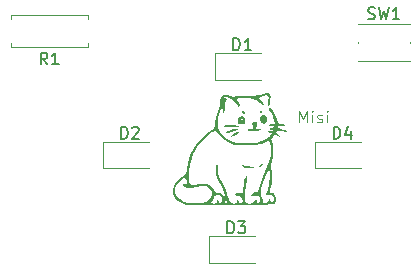
<source format=gbr>
%TF.GenerationSoftware,KiCad,Pcbnew,9.0.7*%
%TF.CreationDate,2026-02-06T18:51:04+01:00*%
%TF.ProjectId,llavero_led,6c6c6176-6572-46f5-9f6c-65642e6b6963,rev?*%
%TF.SameCoordinates,Original*%
%TF.FileFunction,Legend,Top*%
%TF.FilePolarity,Positive*%
%FSLAX46Y46*%
G04 Gerber Fmt 4.6, Leading zero omitted, Abs format (unit mm)*
G04 Created by KiCad (PCBNEW 9.0.7) date 2026-02-06 18:51:04*
%MOMM*%
%LPD*%
G01*
G04 APERTURE LIST*
%ADD10C,0.100000*%
%ADD11C,0.150000*%
%ADD12C,0.120000*%
%ADD13C,0.000000*%
G04 APERTURE END LIST*
D10*
X150803884Y-103248369D02*
X150803884Y-102248369D01*
X150803884Y-102248369D02*
X151137217Y-102962654D01*
X151137217Y-102962654D02*
X151470550Y-102248369D01*
X151470550Y-102248369D02*
X151470550Y-103248369D01*
X151946741Y-103248369D02*
X151946741Y-102581702D01*
X151946741Y-102248369D02*
X151899122Y-102295988D01*
X151899122Y-102295988D02*
X151946741Y-102343607D01*
X151946741Y-102343607D02*
X151994360Y-102295988D01*
X151994360Y-102295988D02*
X151946741Y-102248369D01*
X151946741Y-102248369D02*
X151946741Y-102343607D01*
X152375312Y-103200750D02*
X152470550Y-103248369D01*
X152470550Y-103248369D02*
X152661026Y-103248369D01*
X152661026Y-103248369D02*
X152756264Y-103200750D01*
X152756264Y-103200750D02*
X152803883Y-103105511D01*
X152803883Y-103105511D02*
X152803883Y-103057892D01*
X152803883Y-103057892D02*
X152756264Y-102962654D01*
X152756264Y-102962654D02*
X152661026Y-102915035D01*
X152661026Y-102915035D02*
X152518169Y-102915035D01*
X152518169Y-102915035D02*
X152422931Y-102867416D01*
X152422931Y-102867416D02*
X152375312Y-102772178D01*
X152375312Y-102772178D02*
X152375312Y-102724559D01*
X152375312Y-102724559D02*
X152422931Y-102629321D01*
X152422931Y-102629321D02*
X152518169Y-102581702D01*
X152518169Y-102581702D02*
X152661026Y-102581702D01*
X152661026Y-102581702D02*
X152756264Y-102629321D01*
X153232455Y-103248369D02*
X153232455Y-102581702D01*
X153232455Y-102248369D02*
X153184836Y-102295988D01*
X153184836Y-102295988D02*
X153232455Y-102343607D01*
X153232455Y-102343607D02*
X153280074Y-102295988D01*
X153280074Y-102295988D02*
X153232455Y-102248369D01*
X153232455Y-102248369D02*
X153232455Y-102343607D01*
D11*
X153761905Y-104624819D02*
X153761905Y-103624819D01*
X153761905Y-103624819D02*
X154000000Y-103624819D01*
X154000000Y-103624819D02*
X154142857Y-103672438D01*
X154142857Y-103672438D02*
X154238095Y-103767676D01*
X154238095Y-103767676D02*
X154285714Y-103862914D01*
X154285714Y-103862914D02*
X154333333Y-104053390D01*
X154333333Y-104053390D02*
X154333333Y-104196247D01*
X154333333Y-104196247D02*
X154285714Y-104386723D01*
X154285714Y-104386723D02*
X154238095Y-104481961D01*
X154238095Y-104481961D02*
X154142857Y-104577200D01*
X154142857Y-104577200D02*
X154000000Y-104624819D01*
X154000000Y-104624819D02*
X153761905Y-104624819D01*
X155190476Y-103958152D02*
X155190476Y-104624819D01*
X154952381Y-103577200D02*
X154714286Y-104291485D01*
X154714286Y-104291485D02*
X155333333Y-104291485D01*
X144761905Y-112624819D02*
X144761905Y-111624819D01*
X144761905Y-111624819D02*
X145000000Y-111624819D01*
X145000000Y-111624819D02*
X145142857Y-111672438D01*
X145142857Y-111672438D02*
X145238095Y-111767676D01*
X145238095Y-111767676D02*
X145285714Y-111862914D01*
X145285714Y-111862914D02*
X145333333Y-112053390D01*
X145333333Y-112053390D02*
X145333333Y-112196247D01*
X145333333Y-112196247D02*
X145285714Y-112386723D01*
X145285714Y-112386723D02*
X145238095Y-112481961D01*
X145238095Y-112481961D02*
X145142857Y-112577200D01*
X145142857Y-112577200D02*
X145000000Y-112624819D01*
X145000000Y-112624819D02*
X144761905Y-112624819D01*
X145666667Y-111624819D02*
X146285714Y-111624819D01*
X146285714Y-111624819D02*
X145952381Y-112005771D01*
X145952381Y-112005771D02*
X146095238Y-112005771D01*
X146095238Y-112005771D02*
X146190476Y-112053390D01*
X146190476Y-112053390D02*
X146238095Y-112101009D01*
X146238095Y-112101009D02*
X146285714Y-112196247D01*
X146285714Y-112196247D02*
X146285714Y-112434342D01*
X146285714Y-112434342D02*
X146238095Y-112529580D01*
X146238095Y-112529580D02*
X146190476Y-112577200D01*
X146190476Y-112577200D02*
X146095238Y-112624819D01*
X146095238Y-112624819D02*
X145809524Y-112624819D01*
X145809524Y-112624819D02*
X145714286Y-112577200D01*
X145714286Y-112577200D02*
X145666667Y-112529580D01*
X135761905Y-104624819D02*
X135761905Y-103624819D01*
X135761905Y-103624819D02*
X136000000Y-103624819D01*
X136000000Y-103624819D02*
X136142857Y-103672438D01*
X136142857Y-103672438D02*
X136238095Y-103767676D01*
X136238095Y-103767676D02*
X136285714Y-103862914D01*
X136285714Y-103862914D02*
X136333333Y-104053390D01*
X136333333Y-104053390D02*
X136333333Y-104196247D01*
X136333333Y-104196247D02*
X136285714Y-104386723D01*
X136285714Y-104386723D02*
X136238095Y-104481961D01*
X136238095Y-104481961D02*
X136142857Y-104577200D01*
X136142857Y-104577200D02*
X136000000Y-104624819D01*
X136000000Y-104624819D02*
X135761905Y-104624819D01*
X136714286Y-103720057D02*
X136761905Y-103672438D01*
X136761905Y-103672438D02*
X136857143Y-103624819D01*
X136857143Y-103624819D02*
X137095238Y-103624819D01*
X137095238Y-103624819D02*
X137190476Y-103672438D01*
X137190476Y-103672438D02*
X137238095Y-103720057D01*
X137238095Y-103720057D02*
X137285714Y-103815295D01*
X137285714Y-103815295D02*
X137285714Y-103910533D01*
X137285714Y-103910533D02*
X137238095Y-104053390D01*
X137238095Y-104053390D02*
X136666667Y-104624819D01*
X136666667Y-104624819D02*
X137285714Y-104624819D01*
X129523333Y-98324819D02*
X129190000Y-97848628D01*
X128951905Y-98324819D02*
X128951905Y-97324819D01*
X128951905Y-97324819D02*
X129332857Y-97324819D01*
X129332857Y-97324819D02*
X129428095Y-97372438D01*
X129428095Y-97372438D02*
X129475714Y-97420057D01*
X129475714Y-97420057D02*
X129523333Y-97515295D01*
X129523333Y-97515295D02*
X129523333Y-97658152D01*
X129523333Y-97658152D02*
X129475714Y-97753390D01*
X129475714Y-97753390D02*
X129428095Y-97801009D01*
X129428095Y-97801009D02*
X129332857Y-97848628D01*
X129332857Y-97848628D02*
X128951905Y-97848628D01*
X130475714Y-98324819D02*
X129904286Y-98324819D01*
X130190000Y-98324819D02*
X130190000Y-97324819D01*
X130190000Y-97324819D02*
X130094762Y-97467676D01*
X130094762Y-97467676D02*
X129999524Y-97562914D01*
X129999524Y-97562914D02*
X129904286Y-97610533D01*
X156666667Y-94457200D02*
X156809524Y-94504819D01*
X156809524Y-94504819D02*
X157047619Y-94504819D01*
X157047619Y-94504819D02*
X157142857Y-94457200D01*
X157142857Y-94457200D02*
X157190476Y-94409580D01*
X157190476Y-94409580D02*
X157238095Y-94314342D01*
X157238095Y-94314342D02*
X157238095Y-94219104D01*
X157238095Y-94219104D02*
X157190476Y-94123866D01*
X157190476Y-94123866D02*
X157142857Y-94076247D01*
X157142857Y-94076247D02*
X157047619Y-94028628D01*
X157047619Y-94028628D02*
X156857143Y-93981009D01*
X156857143Y-93981009D02*
X156761905Y-93933390D01*
X156761905Y-93933390D02*
X156714286Y-93885771D01*
X156714286Y-93885771D02*
X156666667Y-93790533D01*
X156666667Y-93790533D02*
X156666667Y-93695295D01*
X156666667Y-93695295D02*
X156714286Y-93600057D01*
X156714286Y-93600057D02*
X156761905Y-93552438D01*
X156761905Y-93552438D02*
X156857143Y-93504819D01*
X156857143Y-93504819D02*
X157095238Y-93504819D01*
X157095238Y-93504819D02*
X157238095Y-93552438D01*
X157571429Y-93504819D02*
X157809524Y-94504819D01*
X157809524Y-94504819D02*
X158000000Y-93790533D01*
X158000000Y-93790533D02*
X158190476Y-94504819D01*
X158190476Y-94504819D02*
X158428572Y-93504819D01*
X159333333Y-94504819D02*
X158761905Y-94504819D01*
X159047619Y-94504819D02*
X159047619Y-93504819D01*
X159047619Y-93504819D02*
X158952381Y-93647676D01*
X158952381Y-93647676D02*
X158857143Y-93742914D01*
X158857143Y-93742914D02*
X158761905Y-93790533D01*
X145261905Y-97124819D02*
X145261905Y-96124819D01*
X145261905Y-96124819D02*
X145500000Y-96124819D01*
X145500000Y-96124819D02*
X145642857Y-96172438D01*
X145642857Y-96172438D02*
X145738095Y-96267676D01*
X145738095Y-96267676D02*
X145785714Y-96362914D01*
X145785714Y-96362914D02*
X145833333Y-96553390D01*
X145833333Y-96553390D02*
X145833333Y-96696247D01*
X145833333Y-96696247D02*
X145785714Y-96886723D01*
X145785714Y-96886723D02*
X145738095Y-96981961D01*
X145738095Y-96981961D02*
X145642857Y-97077200D01*
X145642857Y-97077200D02*
X145500000Y-97124819D01*
X145500000Y-97124819D02*
X145261905Y-97124819D01*
X146785714Y-97124819D02*
X146214286Y-97124819D01*
X146500000Y-97124819D02*
X146500000Y-96124819D01*
X146500000Y-96124819D02*
X146404762Y-96267676D01*
X146404762Y-96267676D02*
X146309524Y-96362914D01*
X146309524Y-96362914D02*
X146214286Y-96410533D01*
D12*
%TO.C,D4*%
X152215000Y-104865000D02*
X152215000Y-107135000D01*
X152215000Y-107135000D02*
X156100000Y-107135000D01*
X156100000Y-104865000D02*
X152215000Y-104865000D01*
%TO.C,D3*%
X143215000Y-112865000D02*
X143215000Y-115135000D01*
X143215000Y-115135000D02*
X147100000Y-115135000D01*
X147100000Y-112865000D02*
X143215000Y-112865000D01*
%TO.C,D2*%
X134215000Y-104865000D02*
X134215000Y-107135000D01*
X134215000Y-107135000D02*
X138100000Y-107135000D01*
X138100000Y-104865000D02*
X134215000Y-104865000D01*
%TO.C,R1*%
X132960000Y-96870000D02*
X126420000Y-96870000D01*
X132960000Y-96540000D02*
X132960000Y-96870000D01*
X132960000Y-94460000D02*
X132960000Y-94130000D01*
X132960000Y-94130000D02*
X126420000Y-94130000D01*
X126420000Y-96870000D02*
X126420000Y-96540000D01*
X126420000Y-94130000D02*
X126420000Y-94460000D01*
%TO.C,SW1*%
X155800000Y-96550000D02*
X155800000Y-96450000D01*
X155800000Y-98050000D02*
X160200000Y-98050000D01*
X160200000Y-94950000D02*
X155800000Y-94950000D01*
X160200000Y-96550000D02*
X160200000Y-96450000D01*
D13*
%TO.C,Dibujogato1*%
G36*
X146173524Y-102299079D02*
G01*
X146225941Y-102415666D01*
X146171726Y-102491390D01*
X146147996Y-102494333D01*
X146032513Y-102433121D01*
X146019615Y-102415516D01*
X146023662Y-102315016D01*
X146113170Y-102271269D01*
X146173524Y-102299079D01*
G37*
G36*
X147664539Y-102304762D02*
G01*
X147667000Y-102325000D01*
X147602570Y-102407206D01*
X147582333Y-102409666D01*
X147500126Y-102345237D01*
X147497666Y-102325000D01*
X147562095Y-102242793D01*
X147582333Y-102240333D01*
X147664539Y-102304762D01*
G37*
G36*
X147811395Y-106750778D02*
G01*
X147759112Y-106845616D01*
X147751666Y-106854666D01*
X147601979Y-106962530D01*
X147519266Y-106981666D01*
X147437937Y-106958555D01*
X147490220Y-106863717D01*
X147497666Y-106854666D01*
X147647354Y-106746802D01*
X147730067Y-106727666D01*
X147811395Y-106750778D01*
G37*
G36*
X145754305Y-104068238D02*
G01*
X145699649Y-104141524D01*
X145508040Y-104271247D01*
X145506920Y-104271941D01*
X145248101Y-104429460D01*
X145104393Y-104504995D01*
X145048691Y-104508471D01*
X145053886Y-104449815D01*
X145058255Y-104436234D01*
X145174275Y-104275902D01*
X145373596Y-104127770D01*
X145584069Y-104038253D01*
X145686429Y-104032126D01*
X145754305Y-104068238D01*
G37*
G36*
X145381000Y-103477820D02*
G01*
X145626102Y-103529181D01*
X145708588Y-103575843D01*
X145635170Y-103614334D01*
X145412559Y-103641185D01*
X145047469Y-103652924D01*
X145042333Y-103652958D01*
X144727804Y-103647770D01*
X144490945Y-103630125D01*
X144371810Y-103603473D01*
X144365000Y-103594647D01*
X144441169Y-103535831D01*
X144635973Y-103489756D01*
X144898853Y-103462236D01*
X145179254Y-103459084D01*
X145381000Y-103477820D01*
G37*
G36*
X146121833Y-106854961D02*
G01*
X146298139Y-106903570D01*
X146553985Y-106949543D01*
X146629833Y-106959698D01*
X146849456Y-107001959D01*
X146976817Y-107056297D01*
X146989666Y-107077344D01*
X146916387Y-107126879D01*
X146734949Y-107143868D01*
X146502949Y-107130382D01*
X146277986Y-107088491D01*
X146164166Y-107047664D01*
X146023261Y-106950097D01*
X145976129Y-106863664D01*
X146032033Y-106830525D01*
X146121833Y-106854961D01*
G37*
G36*
X145673923Y-103784326D02*
G01*
X145706223Y-103835242D01*
X145592347Y-103907306D01*
X145340910Y-103988886D01*
X145317500Y-103994874D01*
X145035880Y-104067358D01*
X144794684Y-104132041D01*
X144724833Y-104151785D01*
X144579052Y-104174180D01*
X144534333Y-104151068D01*
X144607274Y-104075782D01*
X144790684Y-103978228D01*
X145031443Y-103879871D01*
X145276430Y-103802174D01*
X145472527Y-103766602D01*
X145486833Y-103766192D01*
X145673923Y-103784326D01*
G37*
G36*
X147984500Y-102630413D02*
G01*
X148127052Y-102796574D01*
X148159485Y-103004900D01*
X148093530Y-103199133D01*
X147940916Y-103323018D01*
X147836333Y-103341000D01*
X147657173Y-103279936D01*
X147586200Y-103218660D01*
X147505352Y-103024356D01*
X147536349Y-102824885D01*
X147570365Y-102776555D01*
X147779888Y-102776555D01*
X147791511Y-102826889D01*
X147836333Y-102833000D01*
X147906023Y-102802021D01*
X147892777Y-102776555D01*
X147792298Y-102766422D01*
X147779888Y-102776555D01*
X147570365Y-102776555D01*
X147649078Y-102664721D01*
X147813424Y-102588341D01*
X147984500Y-102630413D01*
G37*
G36*
X146208199Y-102790567D02*
G01*
X146295323Y-102995955D01*
X146296111Y-103113791D01*
X146253021Y-103306377D01*
X146138377Y-103388367D01*
X146012957Y-103408512D01*
X145812195Y-103408371D01*
X145695457Y-103373234D01*
X145630965Y-103207053D01*
X145651091Y-102988302D01*
X145685135Y-102917666D01*
X145889000Y-102917666D01*
X145953429Y-102999873D01*
X145973666Y-103002333D01*
X146055873Y-102937904D01*
X146058333Y-102917666D01*
X145993904Y-102835460D01*
X145973666Y-102833000D01*
X145891460Y-102897429D01*
X145889000Y-102917666D01*
X145685135Y-102917666D01*
X145741104Y-102801537D01*
X145804333Y-102748333D01*
X146032201Y-102698860D01*
X146208199Y-102790567D01*
G37*
G36*
X147246606Y-103235689D02*
G01*
X147311814Y-103385308D01*
X147252094Y-103542511D01*
X147218224Y-103675221D01*
X147304367Y-103779623D01*
X147461804Y-103813171D01*
X147540821Y-103794635D01*
X147650415Y-103781827D01*
X147650457Y-103856675D01*
X147553758Y-103925591D01*
X147350046Y-103973979D01*
X147090601Y-103999939D01*
X146826701Y-104001570D01*
X146609627Y-103976971D01*
X146490658Y-103924240D01*
X146481666Y-103900000D01*
X146550255Y-103821816D01*
X146683408Y-103826380D01*
X146876376Y-103814260D01*
X146961800Y-103712476D01*
X146909784Y-103558684D01*
X146902816Y-103550036D01*
X146838663Y-103374025D01*
X146841011Y-103369222D01*
X147017888Y-103369222D01*
X147029511Y-103419556D01*
X147074333Y-103425666D01*
X147144023Y-103394688D01*
X147130777Y-103369222D01*
X147030298Y-103359089D01*
X147017888Y-103369222D01*
X146841011Y-103369222D01*
X146910266Y-103227534D01*
X147074333Y-103171666D01*
X147246606Y-103235689D01*
G37*
G36*
X148278176Y-100737653D02*
G01*
X148384170Y-100863730D01*
X148416542Y-101129911D01*
X148411901Y-101322350D01*
X148379096Y-101647432D01*
X148321293Y-101839824D01*
X148279200Y-101881379D01*
X148220003Y-101862312D01*
X148202961Y-101733139D01*
X148224668Y-101466556D01*
X148226020Y-101454974D01*
X148246469Y-101140945D01*
X148201777Y-100971436D01*
X148071310Y-100927585D01*
X147834430Y-100990533D01*
X147752514Y-101022206D01*
X147403533Y-101161840D01*
X147665749Y-101418204D01*
X147819812Y-101600692D01*
X147863369Y-101728250D01*
X147851538Y-101750994D01*
X147746737Y-101746488D01*
X147576313Y-101625966D01*
X147522768Y-101575076D01*
X147162841Y-101328172D01*
X146696678Y-101184287D01*
X146159678Y-101153632D01*
X146080262Y-101159006D01*
X145766595Y-101195808D01*
X145604163Y-101249447D01*
X145574906Y-101333117D01*
X145660764Y-101460013D01*
X145663741Y-101463314D01*
X145764295Y-101625095D01*
X145804423Y-101788246D01*
X145773444Y-101891160D01*
X145739743Y-101901666D01*
X145660032Y-101833710D01*
X145591576Y-101713246D01*
X145445039Y-101521806D01*
X145199037Y-101321322D01*
X144914855Y-101155983D01*
X144716689Y-101082411D01*
X144501031Y-101098868D01*
X144352249Y-101254040D01*
X144290041Y-101524015D01*
X144290069Y-101600348D01*
X144298707Y-101753925D01*
X144314568Y-101760295D01*
X144347874Y-101610959D01*
X144361560Y-101540898D01*
X144424512Y-101282481D01*
X144498240Y-101162918D01*
X144606604Y-101152235D01*
X144657681Y-101168883D01*
X144765389Y-101252272D01*
X144780283Y-101342611D01*
X144694393Y-101374515D01*
X144682500Y-101372499D01*
X144616707Y-101421800D01*
X144578900Y-101612266D01*
X144566680Y-101859333D01*
X144546267Y-102162176D01*
X144505106Y-102353038D01*
X144452461Y-102416392D01*
X144397595Y-102336711D01*
X144364626Y-102198000D01*
X144336324Y-102062119D01*
X144302615Y-102033875D01*
X144243630Y-102129000D01*
X144139501Y-102363229D01*
X144130961Y-102383028D01*
X143997367Y-102813433D01*
X143945278Y-103261177D01*
X143977347Y-103667969D01*
X144061107Y-103916704D01*
X144345641Y-104295210D01*
X144767701Y-104626107D01*
X145084666Y-104795694D01*
X145313881Y-104887916D01*
X145546022Y-104945889D01*
X145830302Y-104976846D01*
X146215934Y-104988020D01*
X146397000Y-104988587D01*
X146836231Y-104981866D01*
X147156480Y-104957788D01*
X147407801Y-104908945D01*
X147640254Y-104827932D01*
X147722169Y-104792510D01*
X148007375Y-104642999D01*
X148255781Y-104475948D01*
X148353828Y-104389225D01*
X148549318Y-104181136D01*
X148362159Y-104132193D01*
X148200027Y-104058354D01*
X148187924Y-103988572D01*
X148309854Y-103960224D01*
X148429000Y-103976000D01*
X148621232Y-103992104D01*
X148683000Y-103940393D01*
X148610586Y-103871707D01*
X148471333Y-103849000D01*
X148312218Y-103820017D01*
X148259666Y-103764333D01*
X148333239Y-103704886D01*
X148510506Y-103679673D01*
X148513666Y-103679666D01*
X148692031Y-103656677D01*
X148767647Y-103601288D01*
X148767666Y-103600323D01*
X148694749Y-103560173D01*
X148514962Y-103562851D01*
X148471333Y-103569067D01*
X148252106Y-103578883D01*
X148177710Y-103533060D01*
X148246509Y-103460937D01*
X148456868Y-103391855D01*
X148481479Y-103387015D01*
X148681584Y-103338157D01*
X148756316Y-103256280D01*
X148747674Y-103082653D01*
X148738876Y-103027058D01*
X148658642Y-102761027D01*
X148519478Y-102472006D01*
X148474730Y-102399613D01*
X148327525Y-102168161D01*
X148269824Y-102042984D01*
X148291987Y-101993085D01*
X148346198Y-101986333D01*
X148449331Y-102057031D01*
X148589511Y-102238540D01*
X148739575Y-102484983D01*
X148872364Y-102750482D01*
X148960716Y-102989159D01*
X148974204Y-103047106D01*
X149035858Y-103251397D01*
X149141976Y-103332370D01*
X149230245Y-103341000D01*
X149467022Y-103365494D01*
X149623913Y-103427206D01*
X149657507Y-103508476D01*
X149654629Y-103513630D01*
X149550578Y-103548148D01*
X149351887Y-103541215D01*
X149316448Y-103536013D01*
X149111494Y-103520143D01*
X149028926Y-103569746D01*
X149021666Y-103615434D01*
X149102247Y-103722072D01*
X149330815Y-103794369D01*
X149339166Y-103795792D01*
X149582222Y-103851569D01*
X149764174Y-103919116D01*
X149781214Y-103929010D01*
X149873485Y-104018994D01*
X149826128Y-104065036D01*
X149664689Y-104060488D01*
X149459598Y-104012704D01*
X149208805Y-103961166D01*
X149005538Y-103958994D01*
X148968211Y-103968552D01*
X148885913Y-104018796D01*
X148912925Y-104092727D01*
X149063295Y-104227411D01*
X149067688Y-104231004D01*
X149202751Y-104371286D01*
X149195770Y-104437167D01*
X149062885Y-104414676D01*
X148927817Y-104352085D01*
X148783431Y-104312942D01*
X148654757Y-104396901D01*
X148602720Y-104457273D01*
X148497770Y-104648776D01*
X148524899Y-104801322D01*
X148602806Y-105051883D01*
X148645656Y-105409773D01*
X148651876Y-105816332D01*
X148619893Y-106212898D01*
X148569637Y-106469407D01*
X148496919Y-106821009D01*
X148497217Y-107129740D01*
X148538401Y-107375950D01*
X148579450Y-107873179D01*
X148521593Y-108446952D01*
X148385953Y-108992500D01*
X148366706Y-109140054D01*
X148455298Y-109182943D01*
X148461458Y-109183000D01*
X148669983Y-109256812D01*
X148828855Y-109441791D01*
X148918017Y-109683245D01*
X148917410Y-109926486D01*
X148806975Y-110116824D01*
X148804668Y-110118758D01*
X148734566Y-110147122D01*
X148589814Y-110170969D01*
X148357512Y-110190741D01*
X148024762Y-110206880D01*
X147578666Y-110219827D01*
X147006326Y-110230025D01*
X146294843Y-110237915D01*
X145431319Y-110243939D01*
X145100501Y-110245642D01*
X144329519Y-110247821D01*
X143603679Y-110246990D01*
X142942124Y-110243384D01*
X142363998Y-110237235D01*
X141888445Y-110228774D01*
X141534609Y-110218235D01*
X141321634Y-110205848D01*
X141274666Y-110199218D01*
X140879436Y-110075817D01*
X140593877Y-109918294D01*
X140358326Y-109693288D01*
X140347939Y-109681033D01*
X140205621Y-109485594D01*
X140144929Y-109299373D01*
X140144282Y-109145592D01*
X140321404Y-109145592D01*
X140449794Y-109463804D01*
X140717977Y-109737213D01*
X141119644Y-109945130D01*
X141417266Y-110028825D01*
X141810196Y-110077275D01*
X142244869Y-110077629D01*
X142658816Y-110034141D01*
X142840998Y-109988382D01*
X143390802Y-109988382D01*
X143457934Y-110080885D01*
X143650330Y-110114333D01*
X143813766Y-110072596D01*
X143857000Y-109945000D01*
X143892456Y-109807419D01*
X143941666Y-109775666D01*
X144010456Y-109846579D01*
X144026333Y-109945000D01*
X144066006Y-110091238D01*
X144171485Y-110088190D01*
X144279420Y-109988432D01*
X144350099Y-109789260D01*
X144297375Y-109576202D01*
X144145617Y-109418071D01*
X144066277Y-109386501D01*
X143843042Y-109390145D01*
X143668553Y-109492445D01*
X143603000Y-109648666D01*
X143543718Y-109787885D01*
X143476932Y-109859559D01*
X143390802Y-109988382D01*
X142840998Y-109988382D01*
X142989570Y-109951065D01*
X143068479Y-109916380D01*
X143326033Y-109702838D01*
X143451946Y-109424967D01*
X143443787Y-109126491D01*
X143299128Y-108851132D01*
X143135617Y-108708423D01*
X143017804Y-108640916D01*
X142896094Y-108608796D01*
X142727643Y-108611836D01*
X142469607Y-108649812D01*
X142179338Y-108703398D01*
X141705710Y-108778964D01*
X141371298Y-108795637D01*
X141156005Y-108751908D01*
X141039732Y-108646263D01*
X141026248Y-108616682D01*
X141006044Y-108452613D01*
X141071192Y-108381906D01*
X141181110Y-108439462D01*
X141202048Y-108465493D01*
X141304252Y-108576385D01*
X141352623Y-108545099D01*
X141352395Y-108362591D01*
X141338054Y-108230500D01*
X141291939Y-108012156D01*
X141206915Y-107929982D01*
X141055135Y-107978326D01*
X140838069Y-108129043D01*
X140509234Y-108457522D01*
X140339115Y-108803268D01*
X140321404Y-109145592D01*
X140144282Y-109145592D01*
X140143852Y-109043439D01*
X140149479Y-108969342D01*
X140218670Y-108598256D01*
X140375492Y-108297178D01*
X140648347Y-108023914D01*
X140815450Y-107903784D01*
X141485618Y-107903784D01*
X141550305Y-108317310D01*
X141572544Y-108382729D01*
X141662292Y-108542273D01*
X141799054Y-108573453D01*
X141890044Y-108557170D01*
X142476763Y-108457608D01*
X142935069Y-108456595D01*
X143275908Y-108556483D01*
X143510221Y-108759624D01*
X143601346Y-108925007D01*
X143715705Y-109113335D01*
X143882363Y-109179792D01*
X143955786Y-109183000D01*
X144212771Y-109247617D01*
X144434692Y-109411032D01*
X144575790Y-109627588D01*
X144597311Y-109823055D01*
X144596136Y-109977803D01*
X144641561Y-110029666D01*
X144700161Y-109959585D01*
X144684710Y-109765862D01*
X144602674Y-109473277D01*
X144461520Y-109106608D01*
X144268711Y-108690636D01*
X144194513Y-108545802D01*
X143996549Y-108155088D01*
X143870725Y-107863918D01*
X143801889Y-107626739D01*
X143774886Y-107397998D01*
X143772333Y-107276755D01*
X143786761Y-106984674D01*
X143833463Y-106838763D01*
X143885889Y-106812333D01*
X143955629Y-106868942D01*
X143991336Y-107053584D01*
X143998882Y-107299166D01*
X144008638Y-107540423D01*
X144048473Y-107759172D01*
X144133305Y-108000264D01*
X144278054Y-108308552D01*
X144435659Y-108612261D01*
X144615447Y-108974080D01*
X144759381Y-109305894D01*
X144850174Y-109565200D01*
X144873000Y-109687554D01*
X144941272Y-109934634D01*
X145139727Y-110077742D01*
X145359833Y-110111758D01*
X145514047Y-110065882D01*
X145550333Y-109945000D01*
X145585789Y-109807419D01*
X145635000Y-109775666D01*
X145702966Y-109846842D01*
X145719666Y-109951208D01*
X145767828Y-110080785D01*
X145875316Y-110098790D01*
X145986638Y-110018108D01*
X146043666Y-109875974D01*
X146012141Y-109633075D01*
X145844151Y-109483133D01*
X145582299Y-109437000D01*
X145390568Y-109416496D01*
X145297901Y-109366306D01*
X145296333Y-109358038D01*
X145369774Y-109265106D01*
X145549289Y-109213217D01*
X145773665Y-109217168D01*
X145830642Y-109228876D01*
X145939283Y-109247057D01*
X146009955Y-109213050D01*
X146060274Y-109094551D01*
X146107859Y-108859255D01*
X146140465Y-108660797D01*
X146210329Y-108244845D01*
X146265087Y-107974087D01*
X146311712Y-107825827D01*
X146357172Y-107777371D01*
X146404313Y-107801780D01*
X146426226Y-107918572D01*
X146413522Y-108165634D01*
X146368519Y-108507980D01*
X146350241Y-108617326D01*
X146268004Y-109199836D01*
X146249999Y-109634629D01*
X146296126Y-109918609D01*
X146397000Y-110044882D01*
X146651370Y-110111174D01*
X146880605Y-110090810D01*
X147028572Y-109992381D01*
X147049801Y-109945000D01*
X147116816Y-109807744D01*
X147168874Y-109775666D01*
X147229669Y-109846665D01*
X147243666Y-109945000D01*
X147283042Y-110091149D01*
X147388337Y-110087947D01*
X147499747Y-109984826D01*
X147564041Y-109836517D01*
X147511929Y-109646159D01*
X147414135Y-109501247D01*
X147261402Y-109434381D01*
X147005648Y-109428802D01*
X146908892Y-109435951D01*
X146768336Y-109434328D01*
X146770340Y-109374115D01*
X146809254Y-109323348D01*
X146932460Y-109240323D01*
X147608005Y-109240323D01*
X147645747Y-109434387D01*
X147647122Y-109436633D01*
X147730948Y-109656885D01*
X147751666Y-109816851D01*
X147780295Y-109971032D01*
X147900484Y-110025632D01*
X147995791Y-110029666D01*
X148202095Y-109984494D01*
X148302873Y-109839166D01*
X148365830Y-109648666D01*
X148403943Y-109844046D01*
X148476779Y-109988532D01*
X148593699Y-109977586D01*
X148715725Y-109839083D01*
X148741800Y-109668766D01*
X148643536Y-109509384D01*
X148463339Y-109401379D01*
X148243611Y-109385190D01*
X148240445Y-109385810D01*
X148071894Y-109413700D01*
X148005709Y-109413716D01*
X148032790Y-109330876D01*
X148102351Y-109138304D01*
X148164331Y-108971333D01*
X148325951Y-108419367D01*
X148390233Y-107906411D01*
X148354021Y-107489666D01*
X148283314Y-107193333D01*
X148062691Y-107660345D01*
X147874497Y-108106112D01*
X147730543Y-108541292D01*
X147638991Y-108930994D01*
X147608005Y-109240323D01*
X146932460Y-109240323D01*
X146974796Y-109211794D01*
X147132872Y-109166859D01*
X147248463Y-109134438D01*
X147337155Y-109047173D01*
X147420168Y-108870421D01*
X147518726Y-108569540D01*
X147537923Y-108505666D01*
X147673782Y-108102004D01*
X147850641Y-107644673D01*
X148031122Y-107230106D01*
X148037845Y-107215866D01*
X148290555Y-106612666D01*
X148430684Y-106093053D01*
X148465449Y-105620936D01*
X148426210Y-105273624D01*
X148372652Y-105020007D01*
X148325247Y-104843866D01*
X148304658Y-104797102D01*
X148214100Y-104809799D01*
X148022426Y-104883541D01*
X147860756Y-104958734D01*
X147669648Y-105044354D01*
X147481112Y-105101690D01*
X147254724Y-105136295D01*
X146950063Y-105153720D01*
X146526706Y-105159519D01*
X146397000Y-105159804D01*
X145945625Y-105157635D01*
X145621453Y-105145873D01*
X145382382Y-105118074D01*
X145186312Y-105067796D01*
X144991140Y-104988594D01*
X144855741Y-104923915D01*
X144336730Y-104591506D01*
X143950635Y-104173506D01*
X143864114Y-104035032D01*
X143799697Y-103950575D01*
X143709589Y-103945115D01*
X143540593Y-104021502D01*
X143475837Y-104055832D01*
X143190573Y-104255877D01*
X142860957Y-104559354D01*
X142526519Y-104922599D01*
X142226785Y-105301946D01*
X142001286Y-105653730D01*
X141964455Y-105725371D01*
X141746561Y-106264182D01*
X141589972Y-106835001D01*
X141500915Y-107395608D01*
X141485618Y-107903784D01*
X140815450Y-107903784D01*
X140914833Y-107832338D01*
X141151387Y-107661893D01*
X141272849Y-107521489D01*
X141314638Y-107363576D01*
X141317000Y-107292460D01*
X141391904Y-106672448D01*
X141602538Y-106025596D01*
X141927785Y-105388881D01*
X142346525Y-104799277D01*
X142837640Y-104293761D01*
X143179078Y-104032174D01*
X143446143Y-103849630D01*
X143603402Y-103715537D01*
X143681949Y-103584432D01*
X143712881Y-103410851D01*
X143722988Y-103236954D01*
X143774383Y-102878222D01*
X143878409Y-102502972D01*
X143927684Y-102377737D01*
X144034571Y-102090520D01*
X144100634Y-101823545D01*
X144111000Y-101718851D01*
X144144824Y-101468739D01*
X144226922Y-101195824D01*
X144233679Y-101179280D01*
X144346438Y-100975747D01*
X144487586Y-100894737D01*
X144593513Y-100886188D01*
X144847286Y-100927265D01*
X145066754Y-101009855D01*
X145308062Y-101087784D01*
X145532420Y-101045333D01*
X145717528Y-101008536D01*
X146019693Y-100983863D01*
X146386862Y-100974763D01*
X146566333Y-100976829D01*
X147023290Y-100976976D01*
X147363281Y-100948198D01*
X147637080Y-100884711D01*
X147757441Y-100841198D01*
X148076591Y-100735526D01*
X148278176Y-100737653D01*
G37*
D12*
%TO.C,D1*%
X143715000Y-97365000D02*
X143715000Y-99635000D01*
X143715000Y-99635000D02*
X147600000Y-99635000D01*
X147600000Y-97365000D02*
X143715000Y-97365000D01*
%TD*%
M02*

</source>
